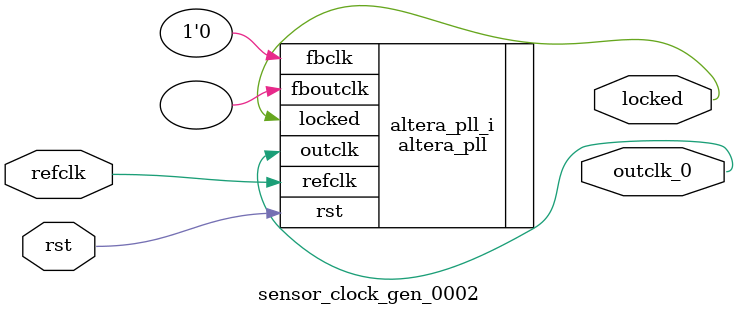
<source format=v>
`timescale 1ns/10ps
module  sensor_clock_gen_0002(

	// interface 'refclk'
	input wire refclk,

	// interface 'reset'
	input wire rst,

	// interface 'outclk0'
	output wire outclk_0,

	// interface 'locked'
	output wire locked
);

	altera_pll #(
		.fractional_vco_multiplier("false"),
		.reference_clock_frequency("50.0 MHz"),
		.operation_mode("normal"),
		.number_of_clocks(1),
		.output_clock_frequency0("48.000000 MHz"),
		.phase_shift0("0 ps"),
		.duty_cycle0(50),
		.output_clock_frequency1("0 MHz"),
		.phase_shift1("0 ps"),
		.duty_cycle1(50),
		.output_clock_frequency2("0 MHz"),
		.phase_shift2("0 ps"),
		.duty_cycle2(50),
		.output_clock_frequency3("0 MHz"),
		.phase_shift3("0 ps"),
		.duty_cycle3(50),
		.output_clock_frequency4("0 MHz"),
		.phase_shift4("0 ps"),
		.duty_cycle4(50),
		.output_clock_frequency5("0 MHz"),
		.phase_shift5("0 ps"),
		.duty_cycle5(50),
		.output_clock_frequency6("0 MHz"),
		.phase_shift6("0 ps"),
		.duty_cycle6(50),
		.output_clock_frequency7("0 MHz"),
		.phase_shift7("0 ps"),
		.duty_cycle7(50),
		.output_clock_frequency8("0 MHz"),
		.phase_shift8("0 ps"),
		.duty_cycle8(50),
		.output_clock_frequency9("0 MHz"),
		.phase_shift9("0 ps"),
		.duty_cycle9(50),
		.output_clock_frequency10("0 MHz"),
		.phase_shift10("0 ps"),
		.duty_cycle10(50),
		.output_clock_frequency11("0 MHz"),
		.phase_shift11("0 ps"),
		.duty_cycle11(50),
		.output_clock_frequency12("0 MHz"),
		.phase_shift12("0 ps"),
		.duty_cycle12(50),
		.output_clock_frequency13("0 MHz"),
		.phase_shift13("0 ps"),
		.duty_cycle13(50),
		.output_clock_frequency14("0 MHz"),
		.phase_shift14("0 ps"),
		.duty_cycle14(50),
		.output_clock_frequency15("0 MHz"),
		.phase_shift15("0 ps"),
		.duty_cycle15(50),
		.output_clock_frequency16("0 MHz"),
		.phase_shift16("0 ps"),
		.duty_cycle16(50),
		.output_clock_frequency17("0 MHz"),
		.phase_shift17("0 ps"),
		.duty_cycle17(50),
		.pll_type("General"),
		.pll_subtype("General")
	) altera_pll_i (
		.rst	(rst),
		.outclk	({outclk_0}),
		.locked	(locked),
		.fboutclk	( ),
		.fbclk	(1'b0),
		.refclk	(refclk)
	);
endmodule


</source>
